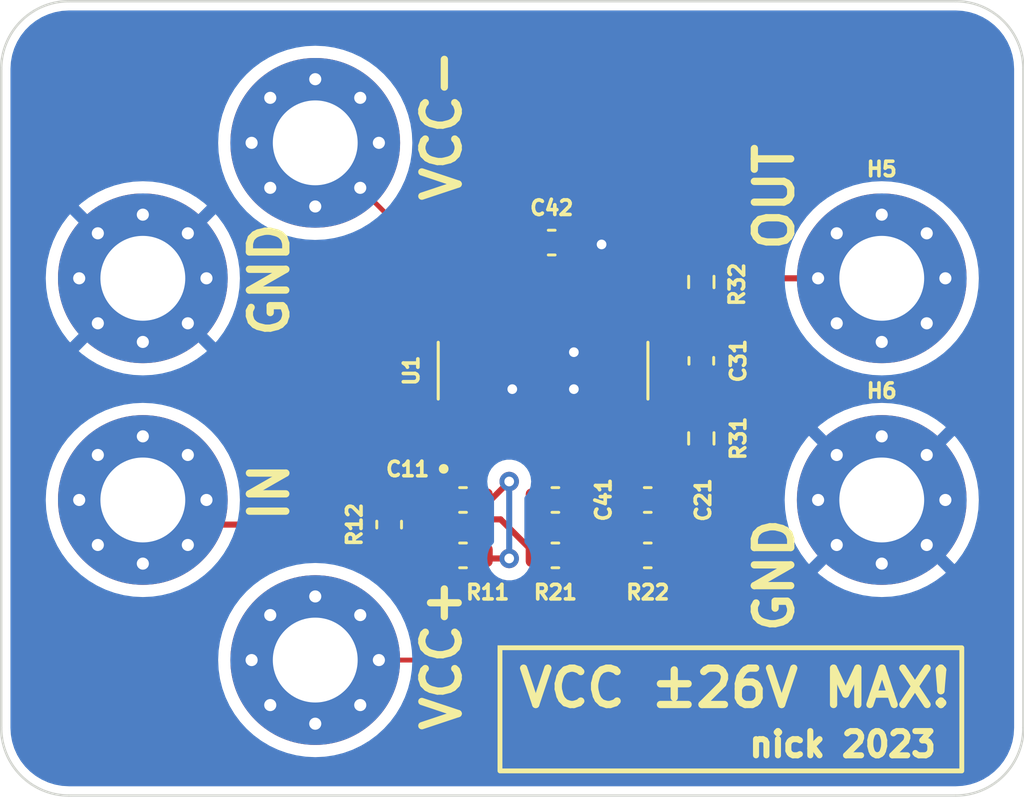
<source format=kicad_pcb>
(kicad_pcb (version 20221018) (generator pcbnew)
  (layers (0 "F.Cu" signal) (31 "B.Cu" power) (34 "B.Paste" user) (35 "F.Paste" user) (36 "B.SilkS" user "B.Silkscreen") (37 "F.SilkS" user "F.Silkscreen") (38 "B.Mask" user) (39 "F.Mask" user) (44 "Edge.Cuts" user))
  (net 0 "")
  (net 1 "/1OUT")
  (net 2 "/1IN-")
  (net 3 "GND")
  (net 4 "/VCC+")
  (net 5 "/2IN-")
  (net 6 "/2OUT")
  (net 7 "/3OUT")
  (net 8 "/3IN-")
  (net 9 "/VCC-")
  (net 10 "/4IN+")
  (net 11 "/4IN-")
  (net 12 "/4OUT")
  (net 13 "/filter_input")
  (net 14 "Net-(C31-Pad1)")
  (footprint "Resistor_SMD:R_0603_1608Metric" (layer "F.Cu") (at 150.5458 105.3084 90)
    (fp_text reference "R32" (at -0.1016 1.4732 90) (layer "F.SilkS") (effects (font (size 0.6 0.6))))
    (fp_text value "25k" hide)
    (fp_line (start -0.237258 -0.5225) (end 0.237258 -0.5225) (stroke (width 0.12)) (layer "F.SilkS"))
    (fp_line (start -0.237258 0.5225) (end 0.237258 0.5225) (stroke (width 0.12)) (layer "F.SilkS"))
    (pad "1" smd roundrect (at -0.825 0 90) (size 0.8 0.95) (layers "F.Cu" "F.Paste" "F.Mask") (net 8 "/3IN-"))
    (pad "2" smd roundrect (at 0.825 0 90) (size 0.8 0.95) (layers "F.Cu" "F.Paste" "F.Mask") (net 7 "/3OUT"))
  )
  (footprint "MountingHole:MountingHole_3.5mm_Pad_Via" (layer "F.Cu") (at 134.62 120.904)
    (fp_text reference "H2" hide)
    (fp_text value "MountingHole_Pad" hide)
    (pad "1" thru_hole circle (at -2.625 0) (size 0.8 0.8) (drill 0.5) (layers "*.Cu" "*.Mask") (net 4 "/VCC+"))
    (pad "1" thru_hole circle (at -1.856155 -1.856155) (size 0.8 0.8) (drill 0.5) (layers "*.Cu" "*.Mask") (net 4 "/VCC+"))
    (pad "1" thru_hole circle (at -1.856155 1.856155) (size 0.8 0.8) (drill 0.5) (layers "*.Cu" "*.Mask") (net 4 "/VCC+"))
    (pad "1" thru_hole circle (at 0 -2.625) (size 0.8 0.8) (drill 0.5) (layers "*.Cu" "*.Mask") (net 4 "/VCC+"))
    (pad "1" thru_hole circle (at 0 0) (size 7 7) (drill 3.5) (layers "*.Cu" "*.Mask") (net 4 "/VCC+"))
    (pad "1" thru_hole circle (at 0 2.625) (size 0.8 0.8) (drill 0.5) (layers "*.Cu" "*.Mask") (net 4 "/VCC+"))
    (pad "1" thru_hole circle (at 1.856155 -1.856155) (size 0.8 0.8) (drill 0.5) (layers "*.Cu" "*.Mask") (net 4 "/VCC+"))
    (pad "1" thru_hole circle (at 1.856155 1.856155) (size 0.8 0.8) (drill 0.5) (layers "*.Cu" "*.Mask") (net 4 "/VCC+"))
    (pad "1" thru_hole circle (at 2.625 0) (size 0.8 0.8) (drill 0.5) (layers "*.Cu" "*.Mask") (net 4 "/VCC+"))
  )
  (footprint "MountingHole:MountingHole_3.5mm_Pad_Via" (layer "F.Cu") (at 127.508 114.3)
    (fp_text reference "H1" hide)
    (fp_text value "MountingHole_Pad" hide)
    (pad "1" thru_hole circle (at -2.625 0) (size 0.8 0.8) (drill 0.5) (layers "*.Cu" "*.Mask") (net 13 "/filter_input"))
    (pad "1" thru_hole circle (at -1.856155 -1.856155) (size 0.8 0.8) (drill 0.5) (layers "*.Cu" "*.Mask") (net 13 "/filter_input"))
    (pad "1" thru_hole circle (at -1.856155 1.856155) (size 0.8 0.8) (drill 0.5) (layers "*.Cu" "*.Mask") (net 13 "/filter_input"))
    (pad "1" thru_hole circle (at 0 -2.625) (size 0.8 0.8) (drill 0.5) (layers "*.Cu" "*.Mask") (net 13 "/filter_input"))
    (pad "1" thru_hole circle (at 0 0) (size 7 7) (drill 3.5) (layers "*.Cu" "*.Mask") (net 13 "/filter_input"))
    (pad "1" thru_hole circle (at 0 2.625) (size 0.8 0.8) (drill 0.5) (layers "*.Cu" "*.Mask") (net 13 "/filter_input"))
    (pad "1" thru_hole circle (at 1.856155 -1.856155) (size 0.8 0.8) (drill 0.5) (layers "*.Cu" "*.Mask") (net 13 "/filter_input"))
    (pad "1" thru_hole circle (at 1.856155 1.856155) (size 0.8 0.8) (drill 0.5) (layers "*.Cu" "*.Mask") (net 13 "/filter_input"))
    (pad "1" thru_hole circle (at 2.625 0) (size 0.8 0.8) (drill 0.5) (layers "*.Cu" "*.Mask") (net 13 "/filter_input"))
  )
  (footprint "Capacitor_SMD:C_0603_1608Metric" (layer "F.Cu") (at 144.526 114.3 180)
    (fp_text reference "C41" (at -1.984 0.01 90) (layer "F.SilkS") (effects (font (size 0.6 0.6) (thickness 0.15) bold)))
    (fp_text value "100n" hide)
    (fp_line (start -0.14058 -0.51) (end 0.14058 -0.51) (stroke (width 0.12)) (layer "F.SilkS"))
    (fp_line (start -0.14058 0.51) (end 0.14058 0.51) (stroke (width 0.12)) (layer "F.SilkS"))
    (pad "1" smd roundrect (at -0.775 0 180) (size 0.9 0.95) (layers "F.Cu" "F.Paste" "F.Mask") (net 3 "GND"))
    (pad "2" smd roundrect (at 0.775 0 180) (size 0.9 0.95) (layers "F.Cu" "F.Paste" "F.Mask") (net 4 "/VCC+"))
  )
  (footprint "LM2902DRG3:SOIC127P600X175-14N" (layer "F.Cu") (at 144.018 108.966 90)
    (fp_text reference "U1" (at 0 -5.435 90) (layer "F.SilkS") (effects (font (size 0.6 0.6))))
    (fp_text value "LM2902DRG3" hide)
    (fp_line (start -1.17 -4.325) (end 1.17 -4.325) (stroke (width 0.127)) (layer "F.SilkS"))
    (fp_line (start -1.17 4.325) (end 1.17 4.325) (stroke (width 0.127)) (layer "F.SilkS"))
    (fp_circle (center -4.05 -4.1) (end -3.95 -4.1) (stroke (width 0.2)) (fill none) (layer "F.SilkS"))
    (pad "1" smd roundrect (at -2.475 -3.81 90) (size 1.97 0.6) (layers "F.Cu" "F.Paste" "F.Mask") (roundrect_rratio 0.15) (net 1 "/1OUT"))
    (pad "2" smd roundrect (at -2.475 -2.54 90) (size 1.97 0.6) (layers "F.Cu" "F.Paste" "F.Mask") (roundrect_rratio 0.15) (net 2 "/1IN-"))
    (pad "3" smd roundrect (at -2.475 -1.27 90) (size 1.97 0.6) (layers "F.Cu" "F.Paste" "F.Mask") (roundrect_rratio 0.15) (net 3 "GND"))
    (pad "4" smd roundrect (at -2.475 0 90) (size 1.97 0.6) (layers "F.Cu" "F.Paste" "F.Mask") (roundrect_rratio 0.15) (net 4 "/VCC+"))
    (pad "5" smd roundrect (at -2.475 1.27 90) (size 1.97 0.6) (layers "F.Cu" "F.Paste" "F.Mask") (roundrect_rratio 0.15) (net 3 "GND"))
    (pad "6" smd roundrect (at -2.475 2.54 90) (size 1.97 0.6) (layers "F.Cu" "F.Paste" "F.Mask") (roundrect_rratio 0.15) (net 5 "/2IN-"))
    (pad "7" smd roundrect (at -2.475 3.81 90) (size 1.97 0.6) (layers "F.Cu" "F.Paste" "F.Mask") (roundrect_rratio 0.15) (net 6 "/2OUT"))
    (pad "8" smd roundrect (at 2.475 3.81 90) (size 1.97 0.6) (layers "F.Cu" "F.Paste" "F.Mask") (roundrect_rratio 0.15) (net 7 "/3OUT"))
    (pad "9" smd roundrect (at 2.475 2.54 90) (size 1.97 0.6) (layers "F.Cu" "F.Paste" "F.Mask") (roundrect_rratio 0.15) (net 8 "/3IN-"))
    (pad "10" smd roundrect (at 2.475 1.27 90) (size 1.97 0.6) (layers "F.Cu" "F.Paste" "F.Mask") (roundrect_rratio 0.15) (net 3 "GND"))
    (pad "11" smd roundrect (at 2.475 0 90) (size 1.97 0.6) (layers "F.Cu" "F.Paste" "F.Mask") (roundrect_rratio 0.15) (net 9 "/VCC-"))
    (pad "12" smd roundrect (at 2.475 -1.27 90) (size 1.97 0.6) (layers "F.Cu" "F.Paste" "F.Mask") (roundrect_rratio 0.15) (net 10 "/4IN+"))
    (pad "13" smd roundrect (at 2.475 -2.54 90) (size 1.97 0.6) (layers "F.Cu" "F.Paste" "F.Mask") (roundrect_rratio 0.15) (net 11 "/4IN-"))
    (pad "14" smd roundrect (at 2.475 -3.81 90) (size 1.97 0.6) (layers "F.Cu" "F.Paste" "F.Mask") (roundrect_rratio 0.15) (net 12 "/4OUT"))
  )
  (footprint "Capacitor_SMD:C_0603_1608Metric" (layer "F.Cu") (at 140.716 116.586)
    (fp_text reference "R11" (at 1.016 1.524) (layer "F.SilkS") (effects (font (size 0.6 0.6))))
    (fp_text value "10k" hide)
    (fp_line (start -0.14058 -0.51) (end 0.14058 -0.51) (stroke (width 0.12)) (layer "F.SilkS"))
    (fp_line (start -0.14058 0.51) (end 0.14058 0.51) (stroke (width 0.12)) (layer "F.SilkS"))
    (pad "1" smd roundrect (at -0.775 0) (size 0.9 0.95) (layers "F.Cu" "F.Paste" "F.Mask") (net 13 "/filter_input"))
    (pad "2" smd roundrect (at 0.775 0) (size 0.9 0.95) (layers "F.Cu" "F.Paste" "F.Mask") (net 2 "/1IN-"))
  )
  (footprint "Resistor_SMD:R_0603_1608Metric" (layer "F.Cu") (at 150.5458 111.76 90)
    (fp_text reference "R31" (at 0 1.524 90) (layer "F.SilkS") (effects (font (size 0.6 0.6))))
    (fp_text value "25k" hide)
    (fp_line (start -0.237258 -0.5225) (end 0.237258 -0.5225) (stroke (width 0.12)) (layer "F.SilkS"))
    (fp_line (start -0.237258 0.5225) (end 0.237258 0.5225) (stroke (width 0.12)) (layer "F.SilkS"))
    (pad "1" smd roundrect (at -0.825 0 90) (size 0.8 0.95) (layers "F.Cu" "F.Paste" "F.Mask") (net 6 "/2OUT"))
    (pad "2" smd roundrect (at 0.825 0 90) (size 0.8 0.95) (layers "F.Cu" "F.Paste" "F.Mask") (net 14 "Net-(C31-Pad1)"))
  )
  (footprint "MountingHole:MountingHole_3.5mm_Pad_Via" (layer "F.Cu") (at 157.988 105.156)
    (fp_text reference "H5" (at 0 -4.5) (layer "F.SilkS") (effects (font (size 0.6 0.6))))
    (fp_text value "MountingHole_Pad" hide)
    (pad "1" thru_hole circle (at -2.625 0) (size 0.8 0.8) (drill 0.5) (layers "*.Cu" "*.Mask") (net 7 "/3OUT"))
    (pad "1" thru_hole circle (at -1.856155 -1.856155) (size 0.8 0.8) (drill 0.5) (layers "*.Cu" "*.Mask") (net 7 "/3OUT"))
    (pad "1" thru_hole circle (at -1.856155 1.856155) (size 0.8 0.8) (drill 0.5) (layers "*.Cu" "*.Mask") (net 7 "/3OUT"))
    (pad "1" thru_hole circle (at 0 -2.625) (size 0.8 0.8) (drill 0.5) (layers "*.Cu" "*.Mask") (net 7 "/3OUT"))
    (pad "1" thru_hole circle (at 0 0) (size 7 7) (drill 3.5) (layers "*.Cu" "*.Mask") (net 7 "/3OUT"))
    (pad "1" thru_hole circle (at 0 2.625) (size 0.8 0.8) (drill 0.5) (layers "*.Cu" "*.Mask") (net 7 "/3OUT"))
    (pad "1" thru_hole circle (at 1.856155 -1.856155) (size 0.8 0.8) (drill 0.5) (layers "*.Cu" "*.Mask") (net 7 "/3OUT"))
    (pad "1" thru_hole circle (at 1.856155 1.856155) (size 0.8 0.8) (drill 0.5) (layers "*.Cu" "*.Mask") (net 7 "/3OUT"))
    (pad "1" thru_hole circle (at 2.625 0) (size 0.8 0.8) (drill 0.5) (layers "*.Cu" "*.Mask") (net 7 "/3OUT"))
  )
  (footprint "Capacitor_SMD:C_0603_1608Metric" (layer "F.Cu") (at 148.336 114.3)
    (fp_text reference "C21" (at 2.286 0 90) (layer "F.SilkS") (effects (font (size 0.6 0.6))))
    (fp_text value "10n" hide)
    (fp_line (start -0.14058 -0.51) (end 0.14058 -0.51) (stroke (width 0.12)) (layer "F.SilkS"))
    (fp_line (start -0.14058 0.51) (end 0.14058 0.51) (stroke (width 0.12)) (layer "F.SilkS"))
    (pad "1" smd roundrect (at -0.775 0) (size 0.9 0.95) (layers "F.Cu" "F.Paste" "F.Mask") (net 5 "/2IN-"))
    (pad "2" smd roundrect (at 0.775 0) (size 0.9 0.95) (layers "F.Cu" "F.Paste" "F.Mask") (net 6 "/2OUT"))
  )
  (footprint "Capacitor_SMD:C_0603_1608Metric" (layer "F.Cu") (at 144.526 116.586)
    (fp_text reference "R21" (at 0 1.524) (layer "F.SilkS") (effects (font (size 0.6 0.6))))
    (fp_text value "6.8k" hide)
    (fp_line (start -0.14058 -0.51) (end 0.14058 -0.51) (stroke (width 0.12)) (layer "F.SilkS"))
    (fp_line (start -0.14058 0.51) (end 0.14058 0.51) (stroke (width 0.12)) (layer "F.SilkS"))
    (pad "1" smd roundrect (at -0.775 0) (size 0.9 0.95) (layers "F.Cu" "F.Paste" "F.Mask") (net 1 "/1OUT"))
    (pad "2" smd roundrect (at 0.775 0) (size 0.9 0.95) (layers "F.Cu" "F.Paste" "F.Mask") (net 5 "/2IN-"))
  )
  (footprint "Capacitor_SMD:C_0603_1608Metric" (layer "F.Cu") (at 144.3736 103.6828)
    (fp_text reference "C42" (at 0 -1.43) (layer "F.SilkS") (effects (font (size 0.6 0.6))))
    (fp_text value "100n" hide)
    (fp_line (start -0.14058 -0.51) (end 0.14058 -0.51) (stroke (width 0.12)) (layer "F.SilkS"))
    (fp_line (start -0.14058 0.51) (end 0.14058 0.51) (stroke (width 0.12)) (layer "F.SilkS"))
    (pad "1" smd roundrect (at -0.775 0) (size 0.9 0.95) (layers "F.Cu" "F.Paste" "F.Mask") (net 9 "/VCC-"))
    (pad "2" smd roundrect (at 0.775 0) (size 0.9 0.95) (layers "F.Cu" "F.Paste" "F.Mask") (net 3 "GND"))
  )
  (footprint "Capacitor_SMD:C_0603_1608Metric" (layer "F.Cu") (at 148.336 116.586)
    (fp_text reference "R22" (at 0 1.524) (layer "F.SilkS") (effects (font (size 0.6 0.6))))
    (fp_text value "18.2k" hide)
    (fp_line (start -0.14058 -0.51) (end 0.14058 -0.51) (stroke (width 0.12)) (layer "F.SilkS"))
    (fp_line (start -0.14058 0.51) (end 0.14058 0.51) (stroke (width 0.12)) (layer "F.SilkS"))
    (pad "1" smd roundrect (at -0.775 0) (size 0.9 0.95) (layers "F.Cu" "F.Paste" "F.Mask") (net 5 "/2IN-"))
    (pad "2" smd roundrect (at 0.775 0) (size 0.9 0.95) (layers "F.Cu" "F.Paste" "F.Mask") (net 6 "/2OUT"))
  )
  (footprint "Capacitor_SMD:C_0603_1608Metric" (layer "F.Cu") (at 137.668 115.316 90)
    (fp_text reference "R12" (at 0 -1.43 90) (layer "F.SilkS") (effects (font (size 0.6 0.6))))
    (fp_text value "22k" hide)
    (fp_line (start -0.14058 -0.51) (end 0.14058 -0.51) (stroke (width 0.12)) (layer "F.SilkS"))
    (fp_line (start -0.14058 0.51) (end 0.14058 0.51) (stroke (width 0.12)) (layer "F.SilkS"))
    (pad "1" smd roundrect (at -0.775 0 90) (size 0.9 0.95) (layers "F.Cu" "F.Paste" "F.Mask") (net 2 "/1IN-"))
    (pad "2" smd roundrect (at 0.775 0 90) (size 0.9 0.95) (layers "F.Cu" "F.Paste" "F.Mask") (net 1 "/1OUT"))
  )
  (footprint "MountingHole:MountingHole_3.5mm_Pad_Via" (layer "F.Cu") (at 157.988 114.3)
    (fp_text reference "H6" (at 0 -4.5) (layer "F.SilkS") (effects (font (size 0.6 0.6))))
    (fp_text value "MountingHole_Pad" hide)
    (pad "1" thru_hole circle (at -2.625 0) (size 0.8 0.8) (drill 0.5) (layers "*.Cu" "*.Mask") (net 3 "GND"))
    (pad "1" thru_hole circle (at -1.856155 -1.856155) (size 0.8 0.8) (drill 0.5) (layers "*.Cu" "*.Mask") (net 3 "GND"))
    (pad "1" thru_hole circle (at -1.856155 1.856155) (size 0.8 0.8) (drill 0.5) (layers "*.Cu" "*.Mask") (net 3 "GND"))
    (pad "1" thru_hole circle (at 0 -2.625) (size 0.8 0.8) (drill 0.5) (layers "*.Cu" "*.Mask") (net 3 "GND"))
    (pad "1" thru_hole circle (at 0 0) (size 7 7) (drill 3.5) (layers "*.Cu" "*.Mask") (net 3 "GND"))
    (pad "1" thru_hole circle (at 0 2.625) (size 0.8 0.8) (drill 0.5) (layers "*.Cu" "*.Mask") (net 3 "GND"))
    (pad "1" thru_hole circle (at 1.856155 -1.856155) (size 0.8 0.8) (drill 0.5) (layers "*.Cu" "*.Mask") (net 3 "GND"))
    (pad "1" thru_hole circle (at 1.856155 1.856155) (size 0.8 0.8) (drill 0.5) (layers "*.Cu" "*.Mask") (net 3 "GND"))
    (pad "1" thru_hole circle (at 2.625 0) (size 0.8 0.8) (drill 0.5) (layers "*.Cu" "*.Mask") (net 3 "GND"))
  )
  (footprint "MountingHole:MountingHole_3.5mm_Pad_Via" (layer "F.Cu") (at 134.62 99.568)
    (fp_text reference "H3" hide)
    (fp_text value "MountingHole_Pad" hide)
    (pad "1" thru_hole circle (at -2.625 0) (size 0.8 0.8) (drill 0.5) (layers "*.Cu" "*.Mask") (net 9 "/VCC-"))
    (pad "1" thru_hole circle (at -1.856155 -1.856155) (size 0.8 0.8) (drill 0.5) (layers "*.Cu" "*.Mask") (net 9 "/VCC-"))
    (pad "1" thru_hole circle (at -1.856155 1.856155) (size 0.8 0.8) (drill 0.5) (layers "*.Cu" "*.Mask") (net 9 "/VCC-"))
    (pad "1" thru_hole circle (at 0 -2.625) (size 0.8 0.8) (drill 0.5) (layers "*.Cu" "*.Mask") (net 9 "/VCC-"))
    (pad "1" thru_hole circle (at 0 0) (size 7 7) (drill 3.5) (layers "*.Cu" "*.Mask") (net 9 "/VCC-"))
    (pad "1" thru_hole circle (at 0 2.625) (size 0.8 0.8) (drill 0.5) (layers "*.Cu" "*.Mask") (net 9 "/VCC-"))
    (pad "1" thru_hole circle (at 1.856155 -1.856155) (size 0.8 0.8) (drill 0.5) (layers "*.Cu" "*.Mask") (net 9 "/VCC-"))
    (pad "1" thru_hole circle (at 1.856155 1.856155) (size 0.8 0.8) (drill 0.5) (layers "*.Cu" "*.Mask") (net 9 "/VCC-"))
    (pad "1" thru_hole circle (at 2.625 0) (size 0.8 0.8) (drill 0.5) (layers "*.Cu" "*.Mask") (net 9 "/VCC-"))
  )
  (footprint "Capacitor_SMD:C_0603_1608Metric" (layer "F.Cu") (at 140.716 114.3 180)
    (fp_text reference "C11" (at 2.286 1.27) (layer "F.SilkS") (effects (font (size 0.6 0.6))))
    (fp_text value "100n" hide)
    (fp_line (start -0.14058 -0.51) (end 0.14058 -0.51) (stroke (width 0.12)) (layer "F.SilkS"))
    (fp_line (start -0.14058 0.51) (end 0.14058 0.51) (stroke (width 0.12)) (layer "F.SilkS"))
    (pad "1" smd roundrect (at -0.775 0 180) (size 0.9 0.95) (layers "F.Cu" "F.Paste" "F.Mask") (net 2 "/1IN-"))
    (pad "2" smd roundrect (at 0.775 0 180) (size 0.9 0.95) (layers "F.Cu" "F.Paste" "F.Mask") (net 1 "/1OUT"))
  )
  (footprint "Capacitor_SMD:C_0603_1608Metric" (layer "F.Cu") (at 150.5458 108.5596 90)
    (fp_text reference "C31" (at 0 1.524 90) (layer "F.SilkS") (effects (font (size 0.6 0.6))))
    (fp_text value "1u" hide)
    (fp_line (start -0.14058 -0.51) (end 0.14058 -0.51) (stroke (width 0.12)) (layer "F.SilkS"))
    (fp_line (start -0.14058 0.51) (end 0.14058 0.51) (stroke (width 0.12)) (layer "F.SilkS"))
    (pad "1" smd roundrect (at -0.775 0 90) (size 0.9 0.95) (layers "F.Cu" "F.Paste" "F.Mask") (net 14 "Net-(C31-Pad1)"))
    (pad "2" smd roundrect (at 0.775 0 90) (size 0.9 0.95) (layers "F.Cu" "F.Paste" "F.Mask") (net 8 "/3IN-"))
  )
  (footprint "MountingHole:MountingHole_3.5mm_Pad_Via" (layer "F.Cu") (at 127.508 105.156)
    (fp_text reference "H4" hide)
    (fp_text value "MountingHole_Pad" hide)
    (pad "1" thru_hole circle (at -2.625 0) (size 0.8 0.8) (drill 0.5) (layers "*.Cu" "*.Mask") (net 3 "GND"))
    (pad "1" thru_hole circle (at -1.856155 -1.856155) (size 0.8 0.8) (drill 0.5) (layers "*.Cu" "*.Mask") (net 3 "GND"))
    (pad "1" thru_hole circle (at -1.856155 1.856155) (size 0.8 0.8) (drill 0.5) (layers "*.Cu" "*.Mask") (net 3 "GND"))
    (pad "1" thru_hole circle (at 0 -2.625) (size 0.8 0.8) (drill 0.5) (layers "*.Cu" "*.Mask") (net 3 "GND"))
    (pad "1" thru_hole circle (at 0 0) (size 7 7) (drill 3.5) (layers "*.Cu" "*.Mask") (net 3 "GND"))
    (pad "1" thru_hole circle (at 0 2.625) (size 0.8 0.8) (drill 0.5) (layers "*.Cu" "*.Mask") (net 3 "GND"))
    (pad "1" thru_hole circle (at 1.856155 -1.856155) (size 0.8 0.8) (drill 0.5) (layers "*.Cu" "*.Mask") (net 3 "GND"))
    (pad "1" thru_hole circle (at 1.856155 1.856155) (size 0.8 0.8) (drill 0.5) (layers "*.Cu" "*.Mask") (net 3 "GND"))
    (pad "1" thru_hole circle (at 2.625 0) (size 0.8 0.8) (drill 0.5) (layers "*.Cu" "*.Mask") (net 3 "GND"))
  )
  (gr_rect (start 142.24 120.396) (end 161.29 125.476) (stroke (width 0.2)) (fill none) (layer "F.SilkS"))
  (gr_line (start 163.83 123.698) (end 163.83 96.52) (stroke (width 0.1)) (layer "Edge.Cuts"))
  (gr_arc (start 161.036 93.726) (mid 163.011656 94.544344) (end 163.83 96.52) (stroke (width 0.1)) (layer "Edge.Cuts"))
  (gr_arc (start 124.46 126.492) (mid 122.484344 125.673656) (end 121.666 123.698) (stroke (width 0.1)) (layer "Edge.Cuts"))
  (gr_line (start 121.665999 96.519999) (end 121.666 123.698) (stroke (width 0.1)) (layer "Edge.Cuts"))
  (gr_arc (start 121.665999 96.519999) (mid 122.484343 94.544343) (end 124.459999 93.725999) (stroke (width 0.1)) (layer "Edge.Cuts"))
  (gr_line (start 124.46 126.492) (end 161.036 126.492) (stroke (width 0.1)) (layer "Edge.Cuts"))
  (gr_arc (start 163.83 123.698) (mid 163.011656 125.673656) (end 161.036 126.492) (stroke (width 0.1)) (layer "Edge.Cuts"))
  (gr_line (start 124.459999 93.725999) (end 161.036 93.726) (stroke (width 0.1)) (layer "Edge.Cuts"))
  (gr_text "VCC-" (at 140.716 102.108 90) (layer "F.SilkS") (effects (font (size 1.5 1.5) (thickness 0.3) bold) (justify left bottom)))
  (gr_text "VCC+" (at 140.716 123.952 90) (layer "F.SilkS") (effects (font (size 1.5 1.5) (thickness 0.3) bold) (justify left bottom)))
  (gr_text "GND" (at 154.432 119.888 90) (layer "F.SilkS") (effects (font (size 1.5 1.5) (thickness 0.3) bold) (justify left bottom)))
  (gr_text "OUT" (at 154.432 104.14 90) (layer "F.SilkS") (effects (font (size 1.5 1.5) (thickness 0.3) bold) (justify left bottom)))
  (gr_text "VCC ±26V MAX!\n" (at 142.875 122.936) (layer "F.SilkS") (effects (font (size 1.5 1.5) (thickness 0.3) bold) (justify left bottom)))
  (gr_text "GND" (at 133.604 107.696 90) (layer "F.SilkS") (effects (font (size 1.5 1.5) (thickness 0.3) bold) (justify left bottom)))
  (gr_text "IN" (at 133.604 115.316 90) (layer "F.SilkS") (effects (font (size 1.5 1.5) (thickness 0.3) bold) (justify left bottom)))
  (gr_text "nick 2023" (at 152.4 124.968) (layer "F.SilkS") (effects (font (size 1 1) (thickness 0.25) bold) (justify left bottom)))
  (segment (start 143.751 116.586) (end 142.265 115.1) (width 0.25) (layer "F.Cu") (net 1))
  (segment (start 140.741 115.1) (end 139.941 114.3) (width 0.25) (layer "F.Cu") (net 1))
  (segment (start 139.7 114.541) (end 139.941 114.3) (width 0.25) (layer "F.Cu") (net 1))
  (segment (start 139.941 111.708) (end 140.208 111.441) (width 0.25) (layer "F.Cu") (net 1))
  (segment (start 142.265 115.1) (end 140.741 115.1) (width 0.25) (layer "F.Cu") (net 1))
  (segment (start 137.668 114.541) (end 139.7 114.541) (width 0.25) (layer "F.Cu") (net 1))
  (segment (start 139.941 114.3) (end 139.941 111.708) (width 0.25) (layer "F.Cu") (net 1))
  (segment (start 141.618 116.713) (end 141.491 116.586) (width 0.25) (layer "F.Cu") (net 2))
  (segment (start 141.491 114.3) (end 141.491 111.454) (width 0.25) (layer "F.Cu") (net 2))
  (segment (start 140.691 117.386) (end 141.491 116.586) (width 0.25) (layer "F.Cu") (net 2))
  (segment (start 141.859 114.3) (end 142.621 113.538) (width 0.25) (layer "F.Cu") (net 2))
  (segment (start 141.491 114.3) (end 141.859 114.3) (width 0.25) (layer "F.Cu") (net 2))
  (segment (start 142.621 116.713) (end 141.618 116.713) (width 0.25) (layer "F.Cu") (net 2))
  (segment (start 137.668 116.091) (end 138.963 117.386) (width 0.25) (layer "F.Cu") (net 2))
  (segment (start 138.963 117.386) (end 140.691 117.386) (width 0.25) (layer "F.Cu") (net 2))
  (segment (start 141.491 111.454) (end 141.478 111.441) (width 0.25) (layer "F.Cu") (net 2))
  (via (at 142.621 116.713) (size 0.8) (drill 0.4) (layers "F.Cu" "B.Cu") (net 2))
  (via (at 142.621 113.538) (size 0.8) (drill 0.4) (layers "F.Cu" "B.Cu") (net 2))
  (segment (start 142.621 113.538) (end 142.621 116.713) (width 0.25) (layer "B.Cu") (net 2))
  (segment (start 146.3548 103.6828) (end 146.431 103.759) (width 0.25) (layer "F.Cu") (net 3))
  (segment (start 145.288 106.491) (end 145.288 108.204) (width 0.25) (layer "F.Cu") (net 3))
  (segment (start 142.748 109.728) (end 142.748 111.441) (width 0.25) (layer "F.Cu") (net 3))
  (segment (start 145.288 109.728) (end 145.288 111.441) (width 0.25) (layer "F.Cu") (net 3))
  (segment (start 145.1486 103.6828) (end 146.3548 103.6828) (width 0.25) (layer "F.Cu") (net 3))
  (segment (start 145.301 114.3) (end 145.301 111.454) (width 0.25) (layer "F.Cu") (net 3))
  (segment (start 145.301 111.454) (end 145.288 111.441) (width 0.25) (layer "F.Cu") (net 3))
  (via (at 142.748 109.728) (size 0.8) (drill 0.4) (layers "F.Cu" "B.Cu") (net 3))
  (via (at 145.288 109.728) (size 0.8) (drill 0.4) (layers "F.Cu" "B.Cu") (net 3))
  (via (at 145.288 108.204) (size 0.8) (drill 0.4) (layers "F.Cu" "B.Cu") (net 3))
  (via (at 146.431 103.759) (size 0.8) (drill 0.4) (layers "F.Cu" "B.Cu") (net 3))
  (segment (start 134.62 120.904) (end 140.650462 120.904) (width 0.2) (layer "F.Cu") (net 4))
  (segment (start 144.526 117.028462) (end 144.526 115.075) (width 0.2) (layer "F.Cu") (net 4))
  (segment (start 144.526 115.075) (end 143.751 114.3) (width 0.2) (layer "F.Cu") (net 4))
  (segment (start 143.751 114.3) (end 143.751 111.708) (width 0.2) (layer "F.Cu") (net 4))
  (segment (start 143.751 111.708) (end 144.018 111.441) (width 0.2) (layer "F.Cu") (net 4))
  (segment (start 140.650462 120.904) (end 144.526 117.028462) (width 0.2) (layer "F.Cu") (net 4))
  (segment (start 145.301 116.586) (end 147.561 116.586) (width 0.25) (layer "F.Cu") (net 5))
  (segment (start 147.561 114.3) (end 146.558 113.297) (width 0.25) (layer "F.Cu") (net 5))
  (segment (start 147.561 116.586) (end 147.561 114.3) (width 0.25) (layer "F.Cu") (net 5))
  (segment (start 146.558 113.297) (end 146.558 111.441) (width 0.25) (layer "F.Cu") (net 5))
  (segment (start 149.4018 111.441) (end 147.828 111.441) (width 0.25) (layer "F.Cu") (net 6))
  (segment (start 150.5458 112.585) (end 150.5458 113.6142) (width 0.25) (layer "F.Cu") (net 6))
  (segment (start 149.111 114.3) (end 149.111 116.586) (width 0.25) (layer "F.Cu") (net 6))
  (segment (start 150.5458 113.6142) (end 149.86 114.3) (width 0.25) (layer "F.Cu") (net 6))
  (segment (start 150.5458 112.585) (end 149.4018 111.441) (width 0.25) (layer "F.Cu") (net 6))
  (segment (start 149.86 114.3) (end 149.111 114.3) (width 0.25) (layer "F.Cu") (net 6))
  (segment (start 148.5006 104.4834) (end 150.5458 104.4834) (width 0.25) (layer "F.Cu") (net 7))
  (segment (start 157.988 105.156) (end 151.2184 105.156) (width 0.25) (layer "F.Cu") (net 7))
  (segment (start 147.828 105.156) (end 148.5006 104.4834) (width 0.25) (layer "F.Cu") (net 7))
  (segment (start 151.2184 105.156) (end 150.5458 104.4834) (width 0.25) (layer "F.Cu") (net 7))
  (segment (start 147.828 106.491) (end 147.828 105.156) (width 0.25) (layer "F.Cu") (net 7))
  (segment (start 150.3804 107.95) (end 150.5458 107.7846) (width 0.25) (layer "F.Cu") (net 8))
  (segment (start 146.558 107.696) (end 147.32 108.458) (width 0.25) (layer "F.Cu") (net 8))
  (segment (start 149.606 107.95) (end 150.3804 107.95) (width 0.25) (layer "F.Cu") (net 8))
  (segment (start 150.5458 106.1334) (end 150.5458 107.7846) (width 0.25) (layer "F.Cu") (net 8))
  (segment (start 149.098 108.458) (end 149.606 107.95) (width 0.25) (layer "F.Cu") (net 8))
  (segment (start 146.558 106.491) (end 146.558 107.696) (width 0.25) (layer "F.Cu") (net 8))
  (segment (start 147.32 108.458) (end 149.098 108.458) (width 0.25) (layer "F.Cu") (net 8))
  (segment (start 138.7348 103.6828) (end 143.5986 103.6828) (width 0.2) (layer "F.Cu") (net 9))
  (segment (start 144.018 106.491) (end 144.018 104.1022) (width 0.2) (layer "F.Cu") (net 9))
  (segment (start 144.018 104.1022) (end 143.5986 103.6828) (width 0.2) (layer "F.Cu") (net 9))
  (segment (start 134.62 99.568) (end 138.7348 103.6828) (width 0.2) (layer "F.Cu") (net 9))
  (segment (start 138.884604 115.316) (end 128.524 115.316) (width 0.25) (layer "F.Cu") (net 13))
  (segment (start 128.524 115.316) (end 127.508 114.3) (width 0.25) (layer "F.Cu") (net 13))
  (segment (start 139.941 116.372396) (end 138.884604 115.316) (width 0.25) (layer "F.Cu") (net 13))
  (segment (start 139.941 116.586) (end 139.941 116.372396) (width 0.25) (layer "F.Cu") (net 13))
  (segment (start 150.5458 109.3346) (end 150.5458 110.935) (width 0.25) (layer "F.Cu") (net 14))
  (zone (net 3) (net_name "GND") (layer "B.Cu") (connect_pads (clearance 0.5)) (min_thickness 0.25) (fill yes (thermal_gap 0.5) (thermal_bridge_width 0.5))
    (polygon (pts (xy 163.83 126.746) (xy 163.83 93.726) (xy 121.666 93.726) (xy 121.666 126.746)))
  )
)
</source>
